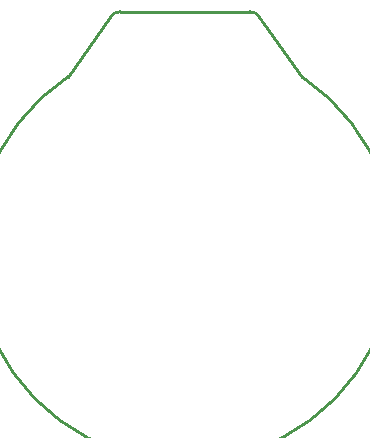
<source format=gbo>
G04*
G04 #@! TF.GenerationSoftware,Altium Limited,Altium Designer,22.0.2 (36)*
G04*
G04 Layer_Color=32896*
%FSLAX25Y25*%
%MOIN*%
G70*
G04*
G04 #@! TF.SameCoordinates,9873FD8C-C369-40C8-B75A-0789E1F0109A*
G04*
G04*
G04 #@! TF.FilePolarity,Positive*
G04*
G01*
G75*
%ADD11C,0.01000*%
D11*
X-21549Y79000D02*
G03*
X-24821Y77309I0J-4012D01*
G01*
X24821D02*
G03*
X21549Y79000I-3272J-2321D01*
G01*
X-39019Y57290D02*
G03*
X39019Y57290I39019J-58211D01*
G01*
X24821Y77309D02*
X39019Y57290D01*
X-39019D02*
X-24821Y77309D01*
X-21549Y79000D02*
X21549D01*
M02*

</source>
